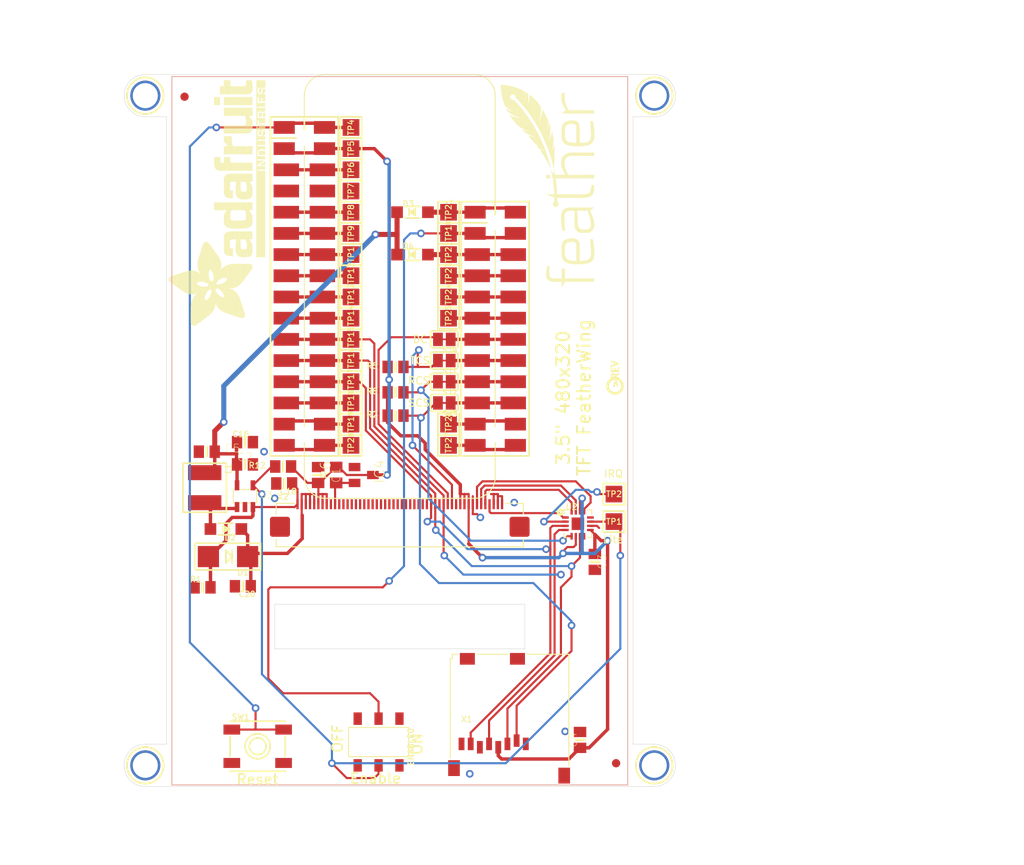
<source format=kicad_pcb>
(kicad_pcb (version 20211014) (generator pcbnew)
  (layers (0 "F.Cu" signal) (1 "In1.Cu" signal) (2 "In2.Cu" signal) (3 "In3.Cu" signal) (4 "In4.Cu" signal) (5 "In5.Cu" signal) (6 "In6.Cu" signal) (7 "In7.Cu" signal) (8 "In8.Cu" signal) (9 "In9.Cu" signal) (10 "In10.Cu" signal) (11 "In11.Cu" signal) (12 "In12.Cu" signal) (13 "In13.Cu" signal) (14 "In14.Cu" signal) (31 "B.Cu" signal) (34 "B.Paste" user) (35 "F.Paste" user) (36 "B.SilkS" user "B.Silkscreen") (37 "F.SilkS" user "F.Silkscreen") (38 "B.Mask" user) (39 "F.Mask" user) (44 "Edge.Cuts" user))
  (net 0 "")
  (net 1 "GND")
  (net 2 "SCLK")
  (net 3 "+5V")
  (net 4 "MOSI")
  (net 5 "MISO")
  (net 6 "SD_CS")
  (net 7 "CARDDET")
  (net 8 "LEDK")
  (net 9 "N$3")
  (net 10 "+24V")
  (net 11 "3.3V")
  (net 12 "~{TFT_RST}")
  (net 13 "LCD_LITE")
  (net 14 "XL")
  (net 15 "XR")
  (net 16 "YU")
  (net 17 "YD")
  (net 18 "RT_INT")
  (net 19 "RT_CS")
  (net 20 "TFT_CS")
  (net 21 "TFT_DC")
  (net 22 "~{RESET}")
  (net 23 "VBAT")
  (net 24 "EN")
  (net 25 "USB")
  (net 26 "N")
  (net 27 "M")
  (net 28 "L")
  (net 29 "H")
  (net 30 "SCL")
  (net 31 "SDA")
  (net 32 "G")
  (net 33 "TX")
  (net 34 "RX")
  (net 35 "F")
  (net 36 "E")
  (net 37 "D")
  (net 38 "C")
  (net 39 "B")
  (net 40 "A")
  (net 41 "AREF")
  (net 42 "K")
  (net 43 "J")
  (net 44 "I")
  (footprint "boardEagle:FIDUCIAL_1MM" (layer "F.Cu") (at 174.4091 144.8816)
    (fp_text reference "U$9" hide)
    (fp_text value "FIDUCIAL_1MM" hide)
  )
  (footprint "boardEagle:SOD-123" (layer "F.Cu") (at 150.0251 78.8416)
    (fp_text reference "D3")
    (fp_text value "MBR120")
  )
  (footprint "boardEagle:TESTPOINT_PAD_2MM" (layer "F.Cu") (at 154.3431 89.0016 90)
    (fp_text reference "TP24")
    (fp_text value "")
  )
  (footprint "boardEagle:TESTPOINT_PAD_2MM" (layer "F.Cu") (at 174.1551 112.6236)
    (fp_text reference "TP2")
    (fp_text value "")
  )
  (footprint "boardEagle:0805-NO" (layer "F.Cu") (at 147.9931 103.2256 180)
    (fp_text reference "R2")
    (fp_text value "100K")
  )
  (footprint "boardEagle:0805-NO" (layer "F.Cu") (at 170.0911 142.0876 90)
    (fp_text reference "C4")
    (fp_text value "10uF")
  )
  (footprint "boardEagle:TESTPOINT_PAD_2MM" (layer "F.Cu") (at 154.3431 78.8416 90)
    (fp_text reference "TP21")
    (fp_text value "")
  )
  (footprint "boardEagle:ADAFRUIT_TEXT_30MM" (layer "F.Cu") (at 132.3721 92.6846 90)
    (fp_text reference "U$19" hide)
    (fp_text value "" hide)
  )
  (footprint "boardEagle:R0805" (layer "F.Cu") (at 140.8811 110.3376 90)
    (fp_text reference "R6")
    (fp_text value "10K")
  )
  (footprint "boardEagle:0805-NO" (layer "F.Cu") (at 171.8691 120.7516 -90)
    (fp_text reference "C3")
    (fp_text value "10uF")
  )
  (footprint "boardEagle:TESTPOINT_PAD_2MM" (layer "F.Cu") (at 142.6591 68.6816 90)
    (fp_text reference "TP4")
    (fp_text value "")
  )
  (footprint "boardEagle:TESTPOINT_PAD_2MM" (layer "F.Cu") (at 142.6591 71.2216 90)
    (fp_text reference "TP5")
    (fp_text value "")
  )
  (footprint "boardEagle:TESTPOINT_PAD_2MM" (layer "F.Cu") (at 154.3431 83.9216 90)
    (fp_text reference "TP22")
    (fp_text value "")
  )
  (footprint "boardEagle:TESTPOINT_PAD_2MM" (layer "F.Cu") (at 174.1551 115.9256)
    (fp_text reference "TP1")
    (fp_text value "")
  )
  (footprint "boardEagle:0805-NO" (layer "F.Cu") (at 129.9591 106.4006)
    (fp_text reference "C16")
    (fp_text value "1uF")
  )
  (footprint "boardEagle:MOUNTINGHOLE_3.0_PLATEDTHIN" (layer "F.Cu") (at 118.0211 64.8716)
    (fp_text reference "U$16" hide)
    (fp_text value "MOUNTINGHOLE3.0THIN" hide)
  )
  (footprint "boardEagle:SOD-123" (layer "F.Cu") (at 127.6731 116.8146 180)
    (fp_text reference "D2")
    (fp_text value "MBR0540")
  )
  (footprint "boardEagle:MOUNTINGHOLE_3.0_PLATEDTHIN" (layer "F.Cu") (at 178.9811 145.1356)
    (fp_text reference "U$15" hide)
    (fp_text value "MOUNTINGHOLE3.0THIN" hide)
  )
  (footprint "boardEagle:TESTPOINT_PAD_2MM" (layer "F.Cu") (at 142.6591 89.0016 90)
    (fp_text reference "TP13")
    (fp_text value "")
  )
  (footprint "boardEagle:0805-NO" (layer "F.Cu") (at 147.9931 97.3836 180)
    (fp_text reference "R5")
    (fp_text value "100K")
  )
  (footprint "boardEagle:TESTPOINT_PAD_2MM" (layer "F.Cu") (at 142.6591 101.7016 90)
    (fp_text reference "TP18")
    (fp_text value "")
  )
  (footprint "boardEagle:TESTPOINT_PAD_2MM" (layer "F.Cu") (at 154.3431 81.3816 90)
    (fp_text reference "TP10")
    (fp_text value "")
  )
  (footprint "boardEagle:FEATHERWING_SMT2" (layer "F.Cu") (at 137.0711 62.3316 -90)
    (fp_text reference "MS2" hide)
    (fp_text value "FEATHERWING_SMTDUAL" hide)
  )
  (footprint "boardEagle:SOLDERJUMPER_CLOSEDWIRE" (layer "F.Cu") (at 153.8351 99.1616 180)
    (fp_text reference "SJ2")
    (fp_text value "")
  )
  (footprint "boardEagle:TESTPOINT_PAD_2MM" (layer "F.Cu") (at 142.6591 99.1616 90)
    (fp_text reference "TP17")
    (fp_text value "")
  )
  (footprint "boardEagle:0805-NO" (layer "F.Cu") (at 125.3871 107.5436 180)
    (fp_text reference "C5")
    (fp_text value "10uF")
  )
  (footprint "boardEagle:SOD-123" (layer "F.Cu") (at 150.0251 83.9216)
    (fp_text reference "D4")
    (fp_text value "MBR120")
  )
  (footprint "boardEagle:0805-NO" (layer "F.Cu") (at 134.6581 111.3536 180)
    (fp_text reference "C18")
    (fp_text value "0.1uF")
  )
  (footprint "boardEagle:TESTPOINT_PAD_2MM" (layer "F.Cu") (at 142.6591 81.3816 90)
    (fp_text reference "TP9")
    (fp_text value "")
  )
  (footprint "boardEagle:FEATHERLOGO" (layer "F.Cu") (at 171.8691 87.8586 90)
    (fp_text reference "U$11" hide)
    (fp_text value "" hide)
  )
  (footprint "boardEagle:0805-NO" (layer "F.Cu") (at 147.9931 100.4316 180)
    (fp_text reference "R8")
    (fp_text value "100K")
  )
  (footprint "boardEagle:EVQ-Q2_SMALLER" (layer "F.Cu") (at 131.4831 142.8496)
    (fp_text reference "SW1")
    (fp_text value "EVQQ2")
  )
  (footprint "boardEagle:TESTPOINT_PAD_2MM" (layer "F.Cu") (at 154.3431 86.4616 90)
    (fp_text reference "TP23")
    (fp_text value "")
  )
  (footprint "boardEagle:SMADIODE" (layer "F.Cu") (at 127.9271 120.1166 180)
    (fp_text reference "D1")
    (fp_text value "MM3Z24VT1G")
  )
  (footprint "boardEagle:TESTPOINT_PAD_2MM" (layer "F.Cu") (at 142.6591 104.2416 90)
    (fp_text reference "TP19")
    (fp_text value "")
  )
  (footprint "boardEagle:SOLDERJUMPER_CLOSEDWIRE" (layer "F.Cu") (at 153.8351 96.6216 180)
    (fp_text reference "SJ1")
    (fp_text value "")
  )
  (footprint "boardEagle:TESTPOINT_PAD_2MM" (layer "F.Cu") (at 142.6591 91.5416 90)
    (fp_text reference "TP14")
    (fp_text value "")
  )
  (footprint "boardEagle:TESTPOINT_PAD_2MM" (layer "F.Cu") (at 142.6591 83.9216 90)
    (fp_text reference "TP11")
    (fp_text value "")
  )
  (footprint "boardEagle:QFN16_3MM" (layer "F.Cu") (at 169.8371 116.1796)
    (fp_text reference "U2")
    (fp_text value "STMPE811")
  )
  (footprint "boardEagle:TESTPOINT_PAD_2MM" (layer "F.Cu") (at 142.6591 94.0816 90)
    (fp_text reference "TP15")
    (fp_text value "")
  )
  (footprint "boardEagle:SOT23" (layer "F.Cu") (at 144.1831 110.3376 -90)
    (fp_text reference "IC4")
    (fp_text value "APX803-SAG")
  )
  (footprint "boardEagle:TESTPOINT_PAD_2MM" (layer "F.Cu") (at 154.3431 106.7816 90)
    (fp_text reference "TP27")
    (fp_text value "")
  )
  (footprint "boardEagle:SOLDERJUMPER_CLOSEDWIRE" (layer "F.Cu") (at 153.8351 94.0816 180)
    (fp_text reference "SJ4")
    (fp_text value "")
  )
  (footprint "boardEagle:FIDUCIAL_1MM" (layer "F.Cu") (at 122.7201 64.9986)
    (fp_text reference "U$23" hide)
    (fp_text value "FIDUCIAL_1MM" hide)
  )
  (footprint "boardEagle:TESTPOINT_PAD_2MM" (layer "F.Cu") (at 154.3431 91.5416 90)
    (fp_text reference "TP25")
    (fp_text value "")
  )
  (footprint "boardEagle:0805-NO" (layer "F.Cu") (at 129.9591 109.0676)
    (fp_text reference "C2")
    (fp_text value "10uF")
  )
  (footprint "boardEagle:MOUNTINGHOLE_3.0_PLATEDTHIN" (layer "F.Cu") (at 118.0211 145.1356)
    (fp_text reference "U$7" hide)
    (fp_text value "MOUNTINGHOLE3.0THIN" hide)
  )
  (footprint "boardEagle:PCBFEAT-REV-040" (layer "F.Cu") (at 174.2821 99.6696 90)
    (fp_text reference "U$37" hide)
    (fp_text value "" hide)
  )
  (footprint "boardEagle:MOUNTINGHOLE_3.0_PLATEDTHIN" (layer "F.Cu") (at 178.9811 64.8716)
    (fp_text reference "U$17" hide)
    (fp_text value "MOUNTINGHOLE3.0THIN" hide)
  )
  (footprint "boardEagle:MICROSD" (layer "F.Cu") (at 154.5971 131.9276)
    (fp_text reference "X1")
    (fp_text value "MicroSD")
  )
  (footprint "boardEagle:0805-NO" (layer "F.Cu") (at 124.8791 123.7996)
    (fp_text reference "R1")
    (fp_text value "12Ω")
  )
  (footprint "boardEagle:INDUCTOR_5X5MM_NR5040_NOTHERMALS" (layer "F.Cu") (at 125.1331 111.8616 -90)
    (fp_text reference "L1")
    (fp_text value "15uH")
  )
  (footprint "boardEagle:TESTPOINT_PAD_2MM" (layer "F.Cu") (at 142.6591 106.7816 90)
    (fp_text reference "TP20")
    (fp_text value "")
  )
  (footprint "boardEagle:0805-NO" (layer "F.Cu") (at 134.5311 109.3216 180)
    (fp_text reference "R12")
    (fp_text value "10K")
  )
  (footprint "boardEagle:0805-NO" (layer "F.Cu") (at 138.7221 110.3376 90)
    (fp_text reference "C1")
    (fp_text value "1uF")
  )
  (footprint "boardEagle:SOLDERJUMPER_CLOSEDWIRE" (layer "F.Cu") (at 153.8351 101.7016 180)
    (fp_text reference "SJ3")
    (fp_text value "")
  )
  (footprint "boardEagle:SOT23-5@1" (layer "F.Cu") (at 129.9591 112.8776)
    (fp_text reference "U3")
    (fp_text value "FAN5333BSX")
  )
  (footprint "boardEagle:0805-NO" (layer "F.Cu") (at 129.7051 123.6726 180)
    (fp_text reference "C20")
    (fp_text value "1uF")
  )
  (footprint "boardEagle:TESTPOINT_PAD_2MM" (layer "F.Cu") (at 142.6591 86.4616 90)
    (fp_text reference "TP12")
    (fp_text value "")
  )
  (footprint "boardEagle:TESTPOINT_PAD_2MM" (layer "F.Cu") (at 142.6591 76.3016 90)
    (fp_text reference "TP7")
    (fp_text value "")
  )
  (footprint "boardEagle:TESTPOINT_PAD_2MM" (layer "F.Cu") (at 142.6591 73.7616 90)
    (fp_text reference "TP6")
    (fp_text value "")
  )
  (footprint "boardEagle:EG1390" (layer "F.Cu") (at 145.9611 142.3416 180)
    (fp_text reference "ENABLE0")
    (fp_text value "Slide Switch")
  )
  (footprint "boardEagle:TESTPOINT_PAD_2MM" (layer "F.Cu") (at 142.6591 96.6216 90)
    (fp_text reference "TP16")
    (fp_text value "")
  )
  (footprint "boardEagle:TESTPOINT_PAD_2MM" (layer "F.Cu") (at 154.3431 104.2416 90)
    (fp_text reference "TP26")
    (fp_text value "")
  )
  (footprint "boardEagle:TESTPOINT_PAD_2MM" (layer "F.Cu") (at 142.6591 78.8416 90)
    (fp_text reference "TP8")
    (fp_text value "")
  )
  (footprint "boardEagle:TFT_3.5IN_320X480_50PIN" (layer "B.Cu") (at 148.5011 110.0836 180)
    (fp_text reference "X2")
    (fp_text value "3.5\" TFT")
  )
  (gr_line (start 163.4871 125.8316) (end 133.5151 125.8316) (layer "Edge.Cuts") (width 0.05))
  (gr_line (start 178.9811 67.4116) (end 176.4411 67.4116) (layer "Edge.Cuts") (width 0.05))
  (gr_line (start 133.5151 131.1656) (end 163.4871 131.1656) (layer "Edge.Cuts") (width 0.05))
  (gr_line (start 118.0211 67.4116) (end 120.5611 67.4116) (layer "Edge.Cuts") (width 0.05))
  (gr_arc (start 178.9811 142.5956) (mid 180.777151 143.339549) (end 181.5211 145.1356) (layer "Edge.Cuts") (width 0.05))
  (gr_arc (start 181.5211 64.8716) (mid 180.777151 66.667651) (end 178.9811 67.4116) (layer "Edge.Cuts") (width 0.05))
  (gr_arc (start 178.9811 62.3316) (mid 180.777151 63.075549) (end 181.5211 64.8716) (layer "Edge.Cuts") (width 0.05))
  (gr_line (start 176.4411 142.5956) (end 176.4411 67.4116) (layer "Edge.Cuts") (width 0.05))
  (gr_line (start 118.0211 62.3316) (end 178.9811 62.3316) (layer "Edge.Cuts") (width 0.05))
  (gr_line (start 118.0211 147.6756) (end 178.9811 147.6756) (layer "Edge.Cuts") (width 0.05))
  (gr_line (start 178.9811 142.5956) (end 176.4411 142.5956) (layer "Edge.Cuts") (width 0.05))
  (gr_line (start 120.5611 67.4116) (end 120.5611 142.5956) (layer "Edge.Cuts") (width 0.05))
  (gr_line (start 133.5151 125.8316) (end 133.5151 131.1656) (layer "Edge.Cuts") (width 0.05))
  (gr_arc (start 118.0211 147.6756) (mid 116.225049 146.931651) (end 115.4811 145.1356) (layer "Edge.Cuts") (width 0.05))
  (gr_line (start 120.5611 142.5956) (end 118.0211 142.5956) (layer "Edge.Cuts") (width 0.05))
  (gr_line (start 163.4871 131.1656) (end 163.4871 125.8316) (layer "Edge.Cuts") (width 0.05))
  (gr_arc (start 181.5211 145.1356) (mid 180.777151 146.931651) (end 178.9811 147.6756) (layer "Edge.Cuts") (width 0.05))
  (gr_arc (start 118.0211 67.4116) (mid 116.225049 66.667651) (end 115.4811 64.8716) (layer "Edge.Cuts") (width 0.05))
  (gr_arc (start 115.4811 64.8716) (mid 116.225049 63.075549) (end 118.0211 62.3316) (layer "Edge.Cuts") (width 0.05))
  (gr_arc (start 115.4811 145.1356) (mid 116.225049 143.339549) (end 118.0211 142.5956) (layer "Edge.Cuts") (width 0.05))
  (gr_text "SCS" (at 152.1841 101.7016) (layer "F.SilkS") (effects (font (size 0.88392 0.88392) (thickness 0.13208)) (justify right)))
  (gr_text "3.5\" 480x320\nTFT FeatherWing" (at 169.3291 101.0666 90) (layer "F.SilkS") (effects (font (size 1.54686 1.54686) (thickness 0.23114))))
  (gr_text "IRQ" (at 172.8851 110.7186) (layer "F.SilkS") (effects (font (size 0.89408 0.89408) (thickness 0.12192)) (justify left bottom)))
  (gr_text "DC" (at 151.9301 94.0816) (layer "F.SilkS") (effects (font (size 0.88392 0.88392) (thickness 0.13208)) (justify right)))
  (gr_text "OFF" (at 141.7701 143.7386 90) (layer "F.SilkS") (effects (font (size 1.223264 1.223264) (thickness 0.199136)) (justify left bottom)))
  (gr_text "Lite" (at 172.7581 118.5926) (layer "F.SilkS") (effects (font (size 0.89408 0.89408) (thickness 0.12192)) (justify left bottom)))
  (gr_text "Reset" (at 128.8161 147.5486) (layer "F.SilkS") (effects (font (size 1.223264 1.223264) (thickness 0.199136)) (justify left bottom)))
  (gr_text "RCS" (at 152.1841 99.0346) (layer "F.SilkS") (effects (font (size 0.88392 0.88392) (thickness 0.13208)) (justify right)))
  (gr_text "Enable" (at 142.4051 147.4216) (layer "F.SilkS") (effects (font (size 1.223264 1.223264) (thickness 0.199136)) (justify left bottom)))
  (gr_text "TCS" (at 152.1841 96.6216) (layer "F.SilkS") (effects (font (size 0.88392 0.88392) (thickness 0.13208)) (justify right)))
  (gr_text "ON" (at 151.2951 143.9926 90) (layer "F.SilkS") (effects (font (size 1.223264 1.223264) (thickness 0.199136)) (justify left bottom)))
  (segment (start 160.7511 113.8436) (end 160.7511 112.8776) (width 0.254) (layer "F.Cu") (net 1))
  (segment (start 157.2511 113.8436) (end 157.2511 115.0236) (width 0.254) (layer "F.Cu") (net 1))
  (segment (start 172.1191 116.4296) (end 172.3771 116.6876) (width 0.254) (layer "F.Cu") (net 1))
  (segment (start 159.7511 112.6236) (end 159.4231 112.6236) (width 0.254) (layer "F.Cu") (net 1))
  (segment (start 157.7591 115.0236) (end 158.1531 115.4176) (width 0.254) (layer "F.Cu") (net 1))
  (segment (start 157.2511 113.8436) (end 157.2511 112.8776) (width 0.254) (layer "F.Cu") (net 1))
  (segment (start 157.2511 115.0236) (end 157.7591 115.0236) (width 0.254) (layer "F.Cu") (net 1))
  (segment (start 171.3371 116.4296) (end 172.1191 116.4296) (width 0.254) (layer "F.Cu") (net 1))
  (segment (start 160.2511 113.8436) (end 160.2511 112.8776) (width 0.254) (layer "F.Cu") (net 1))
  (segment (start 160.2511 112.8776) (end 160.2511 112.6236) (width 0.254) (layer "F.Cu") (net 1))
  (segment (start 160.7511 112.8776) (end 160.2511 112.8776) (width 0.254) (layer "F.Cu") (net 1))
  (segment (start 160.2511 112.6236) (end 159.7511 112.6236) (width 0.254) (layer "F.Cu") (net 1))
  (segment (start 159.7511 113.8436) (end 159.7511 112.6236) (width 0.254) (layer "F.Cu") (net 1))
  (via (at 162.2171 113.6396) (size 0.9064) (drill 0.5) (layers "F.Cu" "B.Cu") (net 1))
  (via (at 133.5151 113.1316) (size 0.9064) (drill 0.5) (layers "F.Cu" "B.Cu") (net 1))
  (via (at 158.1531 115.4176) (size 0.9064) (drill 0.5) (layers "F.Cu" "B.Cu") (net 1))
  (via (at 132.2451 107.5436) (size 0.9064) (drill 0.5) (layers "F.Cu" "B.Cu") (net 1))
  (via (at 156.8831 146.1516) (size 0.9064) (drill 0.5) (layers "F.Cu" "B.Cu") (net 1))
  (via (at 168.3131 141.0716) (size 0.9064) (drill 0.5) (layers "F.Cu" "B.Cu") (net 1))
  (segment (start 145.4531 104.4956) (end 153.7511 112.7936) (width 0.254) (layer "F.Cu") (net 2))
  (segment (start 167.0431 117.4496) (end 167.5631 116.9296) (width 0.254) (layer "F.Cu") (net 2))
  (segment (start 159.1971 139.7736) (end 167.0431 131.9276) (width 0.254) (layer "F.Cu") (net 2))
  (segment (start 142.6591 94.0816) (end 144.9451 94.0816) (width 0.254) (layer "F.Cu") (net 2))
  (segment (start 139.2301 94.0816) (end 134.9121 94.0816) (width 0.4064) (layer "F.Cu") (net 2))
  (segment (start 153.7511 119.9056) (end 153.8351 119.9896) (width 0.254) (layer "F.Cu") (net 2))
  (segment (start 145.4531 94.5896) (end 145.4531 104.4956) (width 0.254) (layer "F.Cu") (net 2))
  (segment (start 159.1971 139.7736) (end 159.1971 142.5676) (width 0.254) (layer "F.Cu") (net 2))
  (segment (start 153.7511 113.8436) (end 153.7511 119.9056) (width 0.254) (layer "F.Cu") (net 2))
  (segment (start 144.9451 94.0816) (end 145.4531 94.5896) (width 0.254) (layer "F.Cu") (net 2))
  (segment (start 167.0431 122.2756) (end 167.0431 117.4496) (width 0.254) (layer "F.Cu") (net 2))
  (segment (start 167.8051 122.2756) (end 167.0431 122.2756) (width 0.254) (layer "F.Cu") (net 2))
  (segment (start 167.0431 131.9276) (end 167.0431 122.2756) (width 0.254) (layer "F.Cu") (net 2))
  (segment (start 142.6591 94.0816) (end 139.2301 94.0816) (width 0.4064) (layer "F.Cu") (net 2))
  (segment (start 153.7511 112.7936) (end 153.7511 113.8436) (width 0.254) (layer "F.Cu") (net 2))
  (segment (start 167.5631 116.9296) (end 168.3371 116.9296) (width 0.254) (layer "F.Cu") (net 2))
  (via (at 153.8351 119.9896) (size 0.9064) (drill 0.5) (layers "F.Cu" "B.Cu") (net 2))
  (via (at 167.8051 122.2756) (size 0.9064) (drill 0.5) (layers "F.Cu" "B.Cu") (net 2))
  (segment (start 156.1211 122.2756) (end 167.8051 122.2756) (width 0.254) (layer "B.Cu") (net 2))
  (segment (start 153.8351 119.9896) (end 156.1211 122.2756) (width 0.254) (layer "B.Cu") (net 2))
  (segment (start 128.9431 109.0676) (end 129.0091 109.0676) (width 0.4064) (layer "F.Cu") (net 3))
  (segment (start 126.3371 105.0696) (end 126.3371 107.5436) (width 0.6096) (layer "F.Cu") (net 3))
  (segment (start 127.4191 103.9876) (end 126.3371 105.0696) (width 0.6096) (layer "F.Cu") (net 3))
  (segment (start 148.1751 81.5086) (end 148.1751 78.8416) (width 0.6096) (layer "F.Cu") (net 3))
  (segment (start 128.9431 106.4666) (end 129.0091 106.4006) (width 0.4064) (layer "F.Cu") (net 3))
  (segment (start 129.0091 109.0676) (end 129.0091 111.5775) (width 0.4064) (layer "F.Cu") (net 3))
  (segment (start 126.3371 110.0616) (end 125.1331 110.0616) (width 0.4064) (layer "F.Cu") (net 3))
  (segment (start 128.9431 107.7976) (end 128.9431 106.4666) (width 0.4064) (layer "F.Cu") (net 3))
  (segment (start 148.1751 81.5086) (end 145.5801 81.5086) (width 0.6096) (layer "F.Cu") (net 3))
  (segment (start 126.3371 107.5436) (end 126.3371 110.0616) (width 0.4064) (layer "F.Cu") (net 3))
  (segment (start 126.3371 107.5436) (end 126.3371 107.7976) (width 0.4064) (layer "F.Cu") (net 3))
  (segment (start 128.9431 107.7976) (end 128.9431 109.0676) (width 0.4064) (layer "F.Cu") (net 3))
  (segment (start 126.3371 107.7976) (end 128.9431 107.7976) (width 0.4064) (layer "F.Cu") (net 3))
  (segment (start 148.1751 83.9216) (end 148.1751 81.5086) (width 0.6096) (layer "F.Cu") (net 3))
  (via (at 145.5801 81.5086) (size 0.9064) (drill 0.5) (layers "F.Cu" "B.Cu") (net 3))
  (via (at 127.4191 103.9876) (size 0.9064) (drill 0.5) (layers "F.Cu" "B.Cu") (net 3))
  (segment (start 127.4191 99.6696) (end 127.4191 103.9876) (width 0.6096) (layer "B.Cu") (net 3))
  (segment (start 145.5801 81.5086) (end 127.4191 99.6696) (width 0.6096) (layer "B.Cu") (net 3))
  (segment (start 167.8051 131.9276) (end 167.8051 123.7996) (width 0.254) (layer "F.Cu") (net 4))
  (segment (start 169.0751 121.2596) (end 170.0871 120.2476) (width 0.254) (layer "F.Cu") (net 4))
  (segment (start 152.7511 112.5556) (end 152.7511 113.8436) (width 0.254) (layer "F.Cu") (net 4))
  (segment (start 161.3971 142.5676) (end 161.3971 138.3356) (width 0.254) (layer "F.Cu") (net 4))
  (segment (start 142.6591 96.6216) (end 144.6911 96.6216) (width 0.254) (layer "F.Cu") (net 4))
  (segment (start 139.2301 96.6216) (end 134.9121 96.6216) (width 0.4064) (layer "F.Cu") (net 4))
  (segment (start 144.9451 104.7496) (end 152.7511 112.5556) (width 0.254) (layer "F.Cu") (net 4))
  (segment (start 142.6591 96.6216) (end 139.2301 96.6216) (width 0.4064) (layer "F.Cu") (net 4))
  (segment (start 152.7511 116.8736) (end 152.7511 113.8436) (width 0.254) (layer "F.Cu") (net 4))
  (segment (start 144.6911 96.6216) (end 144.9451 96.8756) (width 0.254) (layer "F.Cu") (net 4))
  (segment (start 161.3971 138.3356) (end 167.8051 131.9276) (width 0.254) (layer "F.Cu") (net 4))
  (segment (start 152.8191 116.9416) (end 152.7511 116.8736) (width 0.254) (layer "F.Cu") (net 4))
  (segment (start 144.9451 96.8756) (end 144.9451 104.7496) (width 0.254) (layer "F.Cu") (net 4))
  (segment (start 169.0751 122.5296) (end 169.0751 121.2596) (width 0.254) (layer "F.Cu") (net 4))
  (segment (start 170.0871 120.2476) (end 170.0871 117.6796) (width 0.254) (layer "F.Cu") (net 4))
  (segment (start 167.8051 123.7996) (end 169.0751 122.5296) (width 0.254) (layer "F.Cu") (net 4))
  (via (at 152.8191 116.9416) (size 0.9064) (drill 0.5) (layers "F.Cu" "B.Cu") (net 4))
  (via (at 169.0751 121.2596) (size 0.9064) (drill 0.5) (layers "F.Cu" "B.Cu") (net 4))
  (segment (start 169.0751 121.2596) (end 157.1371 121.2596) (width 0.254) (layer "B.Cu") (net 4))
  (segment (start 157.1371 121.2596) (end 152.8191 116.9416) (width 0.254) (layer "B.Cu") (net 4))
  (segment (start 142.6591 99.1616) (end 139.2301 99.1616) (width 0.4064) (layer "F.Cu") (net 5))
  (segment (start 144.4371 99.9236) (end 144.4371 105.0036) (width 0.254) (layer "F.Cu") (net 5))
  (segment (start 156.9971 142.5676) (end 156.9971 141.2116) (width 0.254) (layer "F.Cu") (net 5))
  (segment (start 156.9971 141.2116) (end 166.5351 131.6736) (width 0.254) (layer "F.Cu") (net 5))
  (segment (start 152.2511 112.8176) (end 152.2511 113.8436) (width 0.254) (layer "F.Cu") (net 5))
  (segment (start 166.0271 119.2276) (end 166.5351 119.2276) (width 0.254) (layer "F.Cu") (net 5))
  (segment (start 166.5351 116.6876) (end 166.7891 116.4336) (width 0.254) (layer "F.Cu") (net 5))
  (segment (start 142.6591 99.1616) (end 143.6751 99.1616) (width 0.254) (layer "F.Cu") (net 5))
  (segment (start 166.7891 116.4336) (end 168.3331 116.4336) (width 0.254) (layer "F.Cu") (net 5))
  (segment (start 144.4371 105.0036) (end 152.2511 112.8176) (width 0.254) (layer "F.Cu") (net 5))
  (segment (start 143.6751 99.1616) (end 144.4371 99.9236) (width 0.254) (layer "F.Cu") (net 5))
  (segment (start 139.2301 99.1616) (end 134.9121 99.1616) (width 0.4064) (layer "F.Cu") (net 5))
  (segment (start 152.2511 115.4776) (end 151.8031 115.9256) (width 0.254) (layer "F.Cu") (net 5))
  (segment (start 166.5351 131.6736) (end 166.5351 119.2276) (width 0.254) (layer "F.Cu") (net 5))
  (segment (start 166.5351 119.2276) (end 166.5351 116.6876) (width 0.254) (layer "F.Cu") (net 5))
  (segment (start 152.2511 113.8436) (end 152.2511 115.4776) (width 0.254) (layer "F.Cu") (net 5))
  (segment (start 168.3331 116.4336) (end 168.3371 116.4296) (width 0.254) (layer "F.Cu") (net 5))
  (via (at 166.0271 119.2276) (size 0.9064) (drill 0.5) (layers "F.Cu" "B.Cu") (net 5))
  (via (at 151.8031 115.9256) (size 0.9064) (drill 0.5) (layers "F.Cu" "B.Cu") (net 5))
  (segment (start 153.3271 115.9256) (end 156.6291 119.2276) (width 0.254) (layer "B.Cu") (net 5))
  (segment (start 151.8031 115.9256) (end 153.3271 115.9256) (width 0.254) (layer "B.Cu") (net 5))
  (segment (start 156.6291 119.2276) (end 166.0271 119.2276) (width 0.254) (layer "B.Cu") (net 5))
  (segment (start 162.4971 142.1676) (end 162.4971 137.9976) (width 0.254) (layer "F.Cu") (net 6))
  (segment (start 169.0751 131.4196) (end 169.0751 128.3716) (width 0.254) (layer "F.Cu") (net 6))
  (segment (start 162.4971 137.9976) (end 169.0751 131.4196) (width 0.254) (layer "F.Cu") (net 6))
  (segment (start 153.0731 101.7016) (end 152.8191 101.7016) (width 0.254) (layer "F.Cu") (net 6))
  (segment (start 150.7871 103.2256) (end 151.0411 103.4796) (width 0.254) (layer "F.Cu") (net 6))
  (segment (start 148.9431 103.2256) (end 150.7871 103.2256) (width 0.254) (layer "F.Cu") (net 6))
  (segment (start 152.8191 101.7016) (end 151.0411 103.4796) (width 0.254) (layer "F.Cu") (net 6))
  (via (at 169.0751 128.3716) (size 0.9064) (drill 0.5) (layers "F.Cu" "B.Cu") (net 6))
  (via (at 151.0411 103.4796) (size 0.9064) (drill 0.5) (layers "F.Cu" "B.Cu") (net 6))
  (segment (start 164.5031 123.2916) (end 153.2001 123.2916) (width 0.254) (layer "B.Cu") (net 6))
  (segment (start 150.9141 103.6066) (end 151.0411 103.4796) (width 0.254) (layer "B.Cu") (net 6))
  (segment (start 150.9141 121.0056) (end 150.9141 103.6066) (width 0.254) (layer "B.Cu") (net 6))
  (segment (start 169.0751 128.3716) (end 169.0751 127.8636) (width 0.254) (layer "B.Cu") (net 6))
  (segment (start 169.0751 127.8636) (end 164.5031 123.2916) (width 0.254) (layer "B.Cu") (net 6))
  (segment (start 153.2001 123.2916) (end 150.9141 121.0056) (width 0.254) (layer "B.Cu") (net 6))
  (segment (start 127.6731 116.1796) (end 128.4351 115.4176) (width 0.4064) (layer "F.Cu") (net 8))
  (segment (start 130.7211 115.4176) (end 130.9091 115.2296) (width 0.4064) (layer "F.Cu") (net 8))
  (segment (start 127.6731 118.2116) (end 127.6731 116.1796) (width 0.4064) (layer "F.Cu") (net 8))
  (segment (start 128.4351 115.4176) (end 130.7211 115.4176) (width 0.4064) (layer "F.Cu") (net 8))
  (segment (start 125.7681 120.1166) (end 125.8291 120.1776) (width 0.4064) (layer "F.Cu") (net 8))
  (segment (start 125.8291 120.1776) (end 125.8291 123.7996) (width 0.4064) (layer "F.Cu") (net 8))
  (segment (start 125.7681 120.1166) (end 127.6731 118.2116) (width 0.4064) (layer "F.Cu") (net 8))
  (segment (start 136.2511 111.9966) (end 136.2511 113.8436) (width 0.254) (layer "F.Cu") (net 8))
  (segment (start 135.6081 111.3536) (end 136.2511 111.9966) (width 0.254) (layer "F.Cu") (net 8))
  (segment (start 125.5776 120.1166) (end 125.7681 120.1166) (width 0.4064) (layer "F.Cu") (net 8))
  (segment (start 130.9091 114.1777) (end 135.917 114.1777) (width 0.254) (layer "F.Cu") (net 8))
  (segment (start 135.917 114.1777) (end 136.2511 113.8436) (width 0.254) (layer "F.Cu") (net 8))
  (segment (start 130.9091 115.2296) (end 130.9091 114.1777) (width 0.4064) (layer "F.Cu") (net 8))
  (segment (start 125.8231 114.3516) (end 125.8231 116.8146) (width 0.4064) (layer "F.Cu") (net 9))
  (segment (start 129.0091 114.1777) (end 128.8352 114.3516) (width 0.4064) (layer "F.Cu") (net 9))
  (segment (start 128.8352 114.3516) (end 125.8231 114.3516) (width 0.4064) (layer "F.Cu") (net 9))
  (segment (start 125.1331 113.6616) (end 125.8231 114.3516) (width 0.4064) (layer "F.Cu") (net 9))
  (segment (start 136.7511 112.6236) (end 137.2511 112.6236) (width 0.254) (layer "F.Cu") (net 10))
  (segment (start 135.0391 119.7356) (end 130.6576 119.7356) (width 0.4064) (layer "F.Cu") (net 10))
  (segment (start 136.8171 117.9576) (end 135.0391 119.7356) (width 0.4064) (layer "F.Cu") (net 10))
  (segment (start 130.2766 117.5681) (end 130.2766 120.1166) (width 0.4064) (layer "F.Cu") (net 10))
  (segment (start 138.2511 113.8436) (end 138.2511 112.6236) (width 0.254) (layer "F.Cu") (net 10))
  (segment (start 137.2511 112.6236) (end 137.7511 112.6236) (width 0.254) (layer "F.Cu") (net 10))
  (segment (start 130.6576 119.7356) (end 130.2766 120.1166) (width 0.4064) (layer "F.Cu") (net 10))
  (segment (start 136.7511 113.8436) (end 136.7511 115.0976) (width 0.254) (layer "F.Cu") (net 10))
  (segment (start 129.5231 116.8146) (end 130.2766 117.5681) (width 0.4064) (layer "F.Cu") (net 10))
  (segment (start 136.8171 115.1636) (end 136.8171 117.9576) (width 0.4064) (layer "F.Cu") (net 10))
  (segment (start 136.7511 113.8436) (end 136.7511 112.6236) (width 0.254) (layer "F.Cu") (net 10))
  (segment (start 137.7511 112.6236) (end 138.2511 112.6236) (width 0.254) (layer "F.Cu") (net 10))
  (segment (start 137.7511 113.8436) (end 137.7511 112.6236) (width 0.254) (layer "F.Cu") (net 10))
  (segment (start 136.7511 115.0976) (end 136.8171 115.1636) (width 0.254) (layer "F.Cu") (net 10))
  (segment (start 137.2511 113.8436) (end 137.2511 112.6236) (width 0.254) (layer "F.Cu") (net 10))
  (segment (start 130.2766 120.1166) (end 130.6551 120.4951) (width 0.4064) (layer "F.Cu") (net 10))
  (segment (start 130.6551 120.4951) (end 130.6551 123.6726) (width 0.4064) (layer "F.Cu") (net 10))
  (segment (start 137.4471 111.2876) (end 138.7221 111.2876) (width 0.254) (layer "F.Cu") (net 11))
  (segment (start 138.7511 111.2876) (end 138.7221 111.2876) (width 0.254) (layer "F.Cu") (net 11))
  (segment (start 156.7511 118.5876) (end 158.4071 120.2436) (width 0.4064) (layer "F.Cu") (net 11))
  (segment (start 173.3931 140.8176) (end 173.3931 118.2116) (width 0.4064) (layer "F.Cu") (net 11))
  (segment (start 142.1511 110.3376) (end 145.2831 110.3376) (width 0.254) (layer "F.Cu") (net 11))
  (segment (start 138.9151 111.2876) (end 140.3731 109.8296) (width 0.254) (layer "F.Cu") (net 11))
  (segment (start 156.7511 113.8436) (end 156.7511 118.5876) (width 0.254) (layer "F.Cu") (net 11))
  (segment (start 147.0431 103.2256) (end 147.0431 100.4316) (width 0.4064) (layer "F.Cu") (net 11))
  (segment (start 140.3731 109.8296) (end 140.4391 109.8296) (width 0.254) (layer "F.Cu") (net 11))
  (segment (start 171.1731 143.0376) (end 173.3931 140.8176) (width 0.4064) (layer "F.Cu") (net 11))
  (segment (start 151.5491 106.5276) (end 150.6601 105.6386) (width 0.4064) (layer "F.Cu") (net 11))
  (segment (start 147.2311 100.2436) (end 147.2311 98.9076) (width 0.4064) (layer "F.Cu") (net 11))
  (segment (start 148.6281 105.6386) (end 147.0431 104.0536) (width 0.4064) (layer "F.Cu") (net 11))
  (segment (start 171.8691 117.4616) (end 172.6191 118.2116) (width 0.4064) (layer "F.Cu") (net 11))
  (segment (start 170.0911 143.0376) (end 171.1731 143.0376) (width 0.4064) (layer "F.Cu") (net 11))
  (segment (start 138.7511 112.6236) (end 138.7511 111.2876) (width 0.254) (layer "F.Cu") (net 11))
  (segment (start 160.6931 144.3736) (end 168.7551 144.3736) (width 0.4064) (layer "F.Cu") (net 11))
  (segment (start 145.2831 110.3376) (end 146.9771 110.3376) (width 0.4064) (layer "F.Cu") (net 11))
  (segment (start 168.7551 144.3736) (end 170.0911 143.0376) (width 0.4064) (layer "F.Cu") (net 11))
  (segment (start 141.2011 109.3876) (end 142.1511 110.3376) (width 0.254) (layer "F.Cu") (net 11))
  (segment (start 135.1661 71.7296) (end 138.8491 71.7296) (width 0.4064) (layer "F.Cu") (net 11))
  (segment (start 155.7511 112.6236) (end 156.2511 112.6236) (width 0.254) (layer "F.Cu") (net 11))
  (segment (start 147.0431 100.4316) (end 147.2311 100.2436) (width 0.4064) (layer "F.Cu") (net 11))
  (segment (start 139.2511 112.6236) (end 139.7511 112.6236) (width 0.254) (layer "F.Cu") (net 11))
  (segment (start 155.7511 112.6236) (end 155.7511 111.4916) (width 0.4064) (layer "F.Cu") (net 11))
  (segment (start 160.2971 143.9776) (end 160.6931 144.3736) (width 0.4064) (layer "F.Cu") (net 11))
  (segment (start 156.2511 113.8436) (end 156.2511 112.6236) (width 0.254) (layer "F.Cu") (net 11))
  (segment (start 139.7511 113.8436) (end 139.7511 112.6236) (width 0.254) (layer "F.Cu") (net 11))
  (segment (start 169.3291 118.9736) (end 168.5671 118.9736) (width 0.254) (layer "F.Cu") (net 11))
  (segment (start 145.4531 71.2216) (end 146.9771 72.7456) (width 0.4064) (layer "F.Cu") (net 11))
  (segment (start 139.2511 113.8436) (end 139.2511 112.6236) (width 0.254) (layer "F.Cu") (net 11))
  (segment (start 138.7511 112.6236) (end 139.2511 112.6236) (width 0.254) (layer "F.Cu") (net 11))
  (segment (start 151.5491 107.2896) (end 151.5491 106.5276) (width 0.4064) (layer "F.Cu") (net 11))
  (segment (start 155.7511 111.4916) (end 151.5491 107.2896) (width 0.4064) (layer "F.Cu") (net 11))
  (segment (start 160.2971 142.9676) (end 160.2971 143.9776) (width 0.4064) (layer "F.Cu") (net 11))
  (segment (start 138.7511 113.8436) (end 138.7511 112.6236) (width 0.254) (layer "F.Cu") (net 11))
  (segment (start 147.2311 97.5716) (end 147.0431 97.3836) (width 0.4064) (layer "F.Cu") (net 11))
  (segment (start 170.0871 114.6796) (end 170.0871 113.3896) (width 0.254) (layer "F.Cu") (net 11))
  (segment (start 156.2511 112.6236) (end 156.7511 112.6236) (width 0.254) (layer "F.Cu") (net 11))
  (segment (start 169.5871 118.7156) (end 169.3291 118.9736) (width 0.254) (layer "F.Cu") (net 11))
  (segment (start 170.0871 113.3896) (end 170.3451 113.1316) (width 0.254) (layer "F.Cu") (net 11))
  (segment (start 134.6581 71.2216) (end 135.1661 71.7296) (width 0.4064) (layer "F.Cu") (net 11))
  (segment (start 156.7511 113.8436) (end 156.7511 112.6236) (width 0.254) (layer "F.Cu") (net 11))
  (segment (start 168.0591 119.4816) (end 168.0591 119.7356) (width 0.254) (layer "F.Cu") (net 11))
  (segment (start 150.6601 105.6386) (end 148.6281 105.6386) (width 0.4064) (layer "F.Cu") (net 11))
  (segment (start 142.6591 71.2216) (end 139.4841 71.2216) (width 0.4064) (layer "F.Cu") (net 11))
  (segment (start 169.5871 117.6796) (end 169.5871 118.7156) (width 0.254) (layer "F.Cu") (net 11))
  (segment (start 171.8691 117.4616) (end 171.8691 119.8016) (width 0.4064) (layer "F.Cu") (net 11))
  (segment (start 139.3571 71.2216) (end 139.4841 71.2216) (width 0.4064) (layer "F.Cu") (net 11))
  (segment (start 147.2311 98.9076) (end 147.2311 97.5716) (width 0.4064) (layer "F.Cu") (net 11))
  (segment (start 138.8491 71.7296) (end 139.3571 71.2216) (width 0.4064) (layer "F.Cu") (net 11))
  (segment (start 140.8811 109.3876) (end 141.2011 109.3876) (width 0.254) (layer "F.Cu") (net 11))
  (segment (start 155.7511 113.8436) (end 155.7511 112.6236) (width 0.254) (layer "F.Cu") (net 11))
  (segment (start 140.4391 109.8296) (end 140.8811 109.3876) (width 0.254) (layer "F.Cu") (net 11))
  (segment (start 138.7221 111.2876) (end 138.9151 111.2876) (width 0.254) (layer "F.Cu") (net 11))
  (segment (start 142.6591 71.2216) (end 145.4531 71.2216) (width 0.4064) (layer "F.Cu") (net 11))
  (segment (start 147.0431 104.0536) (end 147.0431 103.2256) (width 0.4064) (layer "F.Cu") (net 11))
  (segment (start 168.5671 118.9736) (end 168.0591 119.4816) (width 0.254) (layer "F.Cu") (net 11))
  (segment (start 171.3371 116.9296) (end 171.8691 117.4616) (width 0.254) (layer "F.Cu") (net 11))
  (segment (start 135.4811 109.3216) (end 137.4471 111.2876) (width 0.254) (layer "F.Cu") (net 11))
  (segment (start 172.6191 118.2116) (end 173.3931 118.2116) (width 0.4064) (layer "F.Cu") (net 11))
  (via (at 170.3451 113.1316) (size 0.9064) (drill 0.5) (layers "F.Cu" "B.Cu") (net 11))
  (via (at 158.4071 120.2436) (size 0.9064) (drill 0.5) (layers "F.Cu" "B.Cu") (net 11))
  (via (at 147.2311 98.9076) (size 0.9064) (drill 0.5) (layers "F.Cu" "B.Cu") (net 11))
  (via (at 146.9771 110.3376) (size 0.9064) (drill 0.5) (layers "F.Cu" "B.Cu") (net 11))
  (via (at 146.9771 72.7456) (size 0.9064) (drill 0.5) (layers "F.Cu" "B.Cu") (net 11))
  (via (at 173.3931 118.2116) (size 0.9064) (drill 0.5) (layers "F.Cu" "B.Cu") (net 11))
  (via (at 168.0591 119.7356) (size 0.9064) (drill 0.5) (layers "F.Cu" "B.Cu") (net 11))
  (segment (start 171.8691 119.7356) (end 173.3931 118.2116) (width 0.4064) (layer "B.Cu") (net 11))
  (segment (start 146.9771 72.7456) (end 147.2311 72.9996) (width 0.4064) (layer "B.Cu") (net 11))
  (segment (start 147.2311 110.0836) (end 147.2311 99.6696) (width 0.4064) (layer "B.Cu") (net 11))
  (segment (start 147.2311 99.6696) (end 147.2311 98.9076) (width 0.254) (layer "B.Cu") (net 11))
  (segment (start 167.5511 120.2436) (end 168.0591 119.7356) (width 0.4064) (layer "B.Cu") (net 11))
  (segment (start 158.4071 120.2436) (end 167.5511 120.2436) (width 0.4064) (layer "B.Cu") (net 11))
  (segment (start 168.0591 119.7356) (end 170.0911 119.7356) (width 0.4064) (layer "B.Cu") (net 11))
  (segment (start 170.0911 119.7356) (end 171.8691 119.7356) (width 0.4064) (layer "B.Cu") (net 11))
  (segment (start 170.3451 119.4816) (end 170.0911 119.7356) (width 0.4064) (layer "B.Cu") (net 11))
  (segment (start 146.9771 110.3376) (end 147.2311 110.0836) (width 0.254) (layer "B.Cu") (net 11))
  (segment (start 170.3451 113.1316) (end 170.3451 119.4816) (width 0.4064) (layer "B.Cu") (net 11))
  (segment (start 147.2311 72.9996) (end 147.2311 99.6696) (width 0.4064) (layer "B.Cu") (net 11))
  (segment (start 140.7511 111.4176) (end 140.8811 111.2876) (width 0.254) (layer "F.Cu") (net 12))
  (segment (start 140.7511 113.8436) (end 140.7511 111.4176) (width 0.254) (layer "F.Cu") (net 12))
  (segment (start 140.8811 111.2876) (end 143.0831 111.2876) (width 0.254) (layer "F.Cu") (net 12))
  (segment (start 171.3411 115.9256) (end 174.1551 115.9256) (width 0.254) (layer "F.Cu") (net 13))
  (segment (start 171.3371 115.9296) (end 171.3411 115.9256) (width 0.254) (layer "F.Cu") (net 13))
  (segment (start 174.1551 115.9256) (end 174.9171 116.6876) (width 0.254) (layer "F.Cu") (net 13))
  (segment (start 131.9552 112.6236) (end 131.9911 112.6236) (width 0.254) (layer "F.Cu") (net 13))
  (segment (start 130.9091 111.5775) (end 133.165 109.3216) (width 0.254) (layer "F.Cu") (net 13))
  (segment (start 133.165 109.3216) (end 133.5811 109.3216) (width 0.254) (layer "F.Cu") (net 13))
  (segment (start 142.1511 146.6596) (end 145.4531 146.6596) (width 0.254) (layer "F.Cu") (net 13))
  (segment (start 140.3731 144.8816) (end 142.1511 146.6596) (width 0.254) (layer "F.Cu") (net 13))
  (segment (start 174.9171 116.6876) (end 174.9171 119.9896) (width 0.254) (layer "F.Cu") (net 13))
  (segment (start 145.4531 146.6596) (end 145.9611 146.1516) (width 0.254) (layer "F.Cu") (net 13))
  (segment (start 130.9091 111.5775) (end 131.9552 112.6236) (width 0.254) (layer "F.Cu") (net 13))
  (segment (start 145.9611 146.1516) (end 145.9611 145.1416) (width 0.254) (layer "F.Cu") (net 13))
  (via (at 174.9171 119.9896) (size 0.9064) (drill 0.5) (layers "F.Cu" "B.Cu") (net 13))
  (via (at 140.3731 144.8816) (size 0.9064) (drill 0.5) (layers "F.Cu" "B.Cu") (net 13))
  (via (at 131.9911 112.6236) (size 0.9064) (drill 0.5) (layers "F.Cu" "B.Cu") (net 13))
  (segment (start 140.3731 142.5956) (end 140.3731 144.8816) (width 0.254) (layer "B.Cu") (net 13))
  (segment (start 174.9171 131.1656) (end 161.2011 144.8816) (width 0.254) (layer "B.Cu") (net 13))
  (segment (start 131.9911 134.2136) (end 140.3731 142.5956) (width 0.254) (layer "B.Cu") (net 13))
  (segment (start 161.2011 144.8816) (end 140.3731 144.8816) (width 0.254) (layer "B.Cu") (net 13))
  (segment (start 174.9171 119.9896) (end 174.9171 131.1656) (width 0.254) (layer "B.Cu") (net 13))
  (segment (start 131.9911 112.6236) (end 131.9911 134.2136) (width 0.254) (layer "B.Cu") (net 13))
  (segment (start 158.9151 112.1156) (end 167.5511 112.1156) (width 0.254) (layer "F.Cu") (net 14))
  (segment (start 169.0751 114.6676) (end 169.0871 114.6796) (width 0.254) (layer "F.Cu") (net 14))
  (segment (start 167.5511 112.1156) (end 169.0751 113.6396) (width 0.254) (layer "F.Cu") (net 14))
  (segment (start 158.7511 112.2796) (end 158.9151 112.1156) (width 0.254) (layer "F.Cu") (net 14))
  (segment (start 158.7511 113.8436) (end 158.7511 112.2796) (width 0.254) (layer "F.Cu") (net 14))
  (segment (start 169.0751 113.6396) (end 169.0751 114.6676) (width 0.254) (layer "F.Cu") (net 14))
  (segment (start 158.4071 111.0996) (end 169.5831 111.0996) (width 0.254) (layer "F.Cu") (net 15))
  (segment (start 157.7511 111.7556) (end 158.4071 111.0996) (width 0.254) (layer "F.Cu") (net 15))
  (segment (start 157.7511 113.8436) (end 157.7511 111.7556) (width 0.254) (layer "F.Cu") (net 15))
  (segment (start 170.5991 114.6676) (end 170.5991 114.4016) (width 0.254) (layer "F.Cu") (net 15))
  (segment (start 170.5991 114.6676) (end 170.5871 114.6796) (width 0.254) (layer "F.Cu") (net 15))
  (segment (start 171.3611 113.6396) (end 171.3611 112.8776) (width 0.254) (layer "F.Cu") (net 15))
  (segment (start 170.5991 114.4016) (end 171.3611 113.6396) (width 0.254) (layer "F.Cu") (net 15))
  (segment (start 171.3611 112.8776) (end 169.5831 111.0996) (width 0.254) (layer "F.Cu") (net 15))
  (segment (start 159.2511 114.7376) (end 159.4231 114.9096) (width 0.254) (layer "F.Cu") (net 16))
  (segment (start 167.5511 114.9096) (end 168.0711 115.4296) (width 0.254) (layer "F.Cu") (net 16))
  (segment (start 168.3371 115.4296) (end 168.0711 115.4296) (width 0.254) (layer "F.Cu") (net 16))
  (segment (start 159.4231 114.9096) (end 167.5511 114.9096) (width 0.254) (layer "F.Cu") (net 16))
  (segment (start 159.2511 113.8436) (end 159.2511 114.7376) (width 0.254) (layer "F.Cu") (net 16))
  (segment (start 169.5831 114.6756) (end 169.5871 114.6796) (width 0.254) (layer "F.Cu") (net 17))
  (segment (start 169.5831 113.3856) (end 169.5831 114.6756) (width 0.254) (layer "F.Cu") (net 17))
  (segment (start 158.6611 111.6076) (end 167.8051 111.6076) (width 0.254) (layer "F.Cu") (net 17))
  (segment (start 158.2511 112.0176) (end 158.6611 111.6076) (width 0.254) (layer "F.Cu") (net 17))
  (segment (start 158.2511 113.8436) (end 158.2511 112.0176) (width 0.254) (layer "F.Cu") (net 17))
  (segment (start 167.8051 111.6076) (end 169.5831 113.3856) (width 0.254) (layer "F.Cu") (net 17))
  (segment (start 172.3771 112.6236) (end 174.1551 112.6236) (width 0.254) (layer "F.Cu") (net 18))
  (segment (start 168.3371 115.9296) (end 168.3371 115.9256) (width 0.254) (layer "F.Cu") (net 18))
  (segment (start 172.1231 112.3696) (end 172.3771 112.6236) (width 0.254) (layer "F.Cu") (net 18))
  (segment (start 168.3371 115.9256) (end 165.7731 115.9256) (width 0.254) (layer "F.Cu") (net 18))
  (via (at 165.7731 115.9256) (size 0.9064) (drill 0.5) (layers "F.Cu" "B.Cu") (net 18))
  (via (at 172.1231 112.3696) (size 0.9064) (drill 0.5) (layers "F.Cu" "B.Cu") (net 18))
  (segment (start 171.1071 112.1156) (end 171.3611 112.3696) (width 0.254) (layer "B.Cu") (net 18))
  (segment (start 169.3291 112.3696) (end 169.5831 112.1156) (width 0.254) (layer "B.Cu") (net 18))
  (segment (start 171.3611 112.3696) (end 171.8691 112.3696) (width 0.254) (layer "B.Cu") (net 18))
  (segment (start 171.8691 112.3696) (end 172.1231 112.3696) (width 0.254) (layer "B.Cu") (net 18))
  (segment (start 169.5831 112.1156) (end 171.1071 112.1156) (width 0.254) (layer "B.Cu") (net 18))
  (segment (start 165.7731 115.9256) (end 169.3291 112.3696) (width 0.254) (layer "B.Cu") (net 18))
  (segment (start 153.0731 99.1616) (end 152.0571 99.1616) (width 0.254) (layer "F.Cu") (net 19))
  (segment (start 148.9431 100.4316) (end 150.7871 100.4316) (width 0.254) (layer "F.Cu") (net 19))
  (segment (start 150.7871 100.4316) (end 151.0411 100.1776) (width 0.254) (layer "F.Cu") (net 19))
  (segment (start 169.0871 117.6796) (end 168.5911 117.6796) (width 0.254) (layer "F.Cu") (net 19))
  (segment (start 151.0411 100.1776) (end 152.0571 99.1616) (width 0.254) (layer "F.Cu") (net 19))
  (segment (start 168.5911 117.6796) (end 168.0591 118.2116) (width 0.254) (layer "F.Cu") (net 19))
  (via (at 168.0591 118.2116) (size 0.9064) (drill 0.5) (layers "F.Cu" "B.Cu") (net 19))
  (via (at 151.0411 100.1776) (size 0.9064) (drill 0.5) (layers "F.Cu" "B.Cu") (net 19))
  (segment (start 151.9301 113.1316) (end 151.9301 101.0666) (width 0.254) (layer "B.Cu") (net 19))
  (segment (start 151.9301 101.0666) (end 151.0411 100.1776) (width 0.254) (layer "B.Cu") (net 19))
  (segment (start 157.0101 118.2116) (end 151.9301 113.1316) (width 0.254) (layer "B.Cu") (net 19))
  (segment (start 168.0591 118.2116) (end 157.0101 118.2116) (width 0.254) (layer "B.Cu") (net 19))
  (segment (start 154.7511 111.5076) (end 154.7511 113.8436) (width 0.254) (layer "F.Cu") (net 20))
  (segment (start 150.6601 95.4786) (end 150.7871 95.3516) (width 0.254) (layer "F.Cu") (net 20))
  (segment (start 152.3111 97.3836) (end 153.0731 96.6216) (width 0.254) (layer "F.Cu") (net 20))
  (segment (start 150.6601 97.3836) (end 150.6601 95.4786) (width 0.254) (layer "F.Cu") (net 20))
  (segment (start 150.6601 97.3836) (end 152.3111 97.3836) (width 0.254) (layer "F.Cu") (net 20))
  (segment (start 150.0251 106.7816) (end 154.7511 111.5076) (width 0.254) (layer "F.Cu") (net 20))
  (segment (start 148.9431 97.3836) (end 150.6601 97.3836) (width 0.254) (layer "F.Cu") (net 20))
  (via (at 150.0251 106.7816) (size 0.9064) (drill 0.5) (layers "F.Cu" "B.Cu") (net 20))
  (via (at 150.7871 95.3516) (size 0.9064) (drill 0.5) (layers "F.Cu" "B.Cu") (net 20))
  (segment (start 150.0251 106.7816) (end 150.0251 96.1136) (width 0.254) (layer "B.Cu") (net 20))
  (segment (start 150.0251 96.1136) (end 150.7871 95.3516) (width 0.254) (layer "B.Cu") (net 20))
  (segment (start 152.8191 93.8276) (end 153.0731 94.0816) (width 0.254) (layer "F.Cu") (net 21))
  (segment (start 154.2511 112.5316) (end 145.9611 104.2416) (width 0.254) (layer "F.Cu") (net 21))
  (segment (start 145.9611 104.2416) (end 145.9611 95.3516) (width 0.254) (layer "F.Cu") (net 21))
  (segment (start 154.2511 113.8436) (end 154.2511 112.5316) (width 0.254) (layer "F.Cu") (net 21))
  (segment (start 147.4851 93.8276) (end 152.8191 93.8276) (width 0.254) (layer "F.Cu") (net 21))
  (segment (start 145.9611 95.3516) (end 147.4851 93.8276) (width 0.254) (layer "F.Cu") (net 21))
  (segment (start 131.098444 140.8496) (end 128.3831 140.8496) (width 0.254) (layer "F.Cu") (net 22))
  (segment (start 135.1661 68.1736) (end 138.7221 68.1736) (width 0.4064) (layer "F.Cu") (net 22))
  (segment (start 134.5831 140.8496) (end 131.098444 140.8496) (width 0.254) (layer "F.Cu") (net 22))
  (segment (start 134.6581 68.6816) (end 135.1661 68.1736) (width 0.4064) (layer "F.Cu") (net 22))
  (segment (start 139.2301 68.6816) (end 139.4841 68.6816) (width 0.4064) (layer "F.Cu") (net 22))
  (segment (start 126.5301 68.6816) (end 134.6581 68.6816) (width 0.254) (layer "F.Cu") (net 22))
  (segment (start 131.2291 140.718943) (end 131.2291 138.2776) (width 0.254) (layer "F.Cu") (net 22))
  (segment (start 131.098444 140.8496) (end 131.2291 140.718943) (width 0.254) (layer "F.Cu") (net 22))
  (segment (start 142.6591 68.6816) (end 139.4841 68.6816) (width 0.4064) (layer "F.Cu") (net 22))
  (segment (start 138.7221 68.1736) (end 139.2301 68.6816) (width 0.4064) (layer "F.Cu") (net 22))
  (via (at 126.5301 68.6816) (size 0.9064) (drill 0.5) (layers "F.Cu" "B.Cu") (net 22))
  (via (at 131.2291 138.2776) (size 0.9064) (drill 0.5) (layers "F.Cu" "B.Cu") (net 22))
  (segment (start 131.2291 138.2776) (end 123.3551 130.4036) (width 0.254) (layer "B.Cu") (net 22))
  (segment (start 123.3551 130.4036) (end 123.3551 70.9676) (width 0.254) (layer "B.Cu") (net 22))
  (segment (start 125.6411 68.6816) (end 126.5301 68.6816) (width 0.254) (layer "B.Cu") (net 22))
  (segment (start 123.3551 70.9676) (end 125.6411 68.6816) (width 0.254) (layer "B.Cu") (net 22))
  (segment (start 162.2171 78.8416) (end 162.3441 78.8416) (width 0.4064) (layer "F.Cu") (net 23))
  (segment (start 161.7091 78.3336) (end 162.2171 78.8416) (width 0.4064) (layer "F.Cu") (net 23))
  (segment (start 157.5181 78.8416) (end 154.3431 78.8416) (width 0.4064) (layer "F.Cu") (net 23))
  (segment (start 151.8751 78.8416) (end 154.3431 78.8416) (width 0.6096) (layer "F.Cu") (net 23))
  (segment (start 157.5181 78.8416) (end 158.0261 78.3336) (width 0.4064) (layer "F.Cu") (net 23))
  (segment (start 158.0261 78.3336) (end 161.7091 78.3336) (width 0.4064) (layer "F.Cu") (net 23))
  (segment (start 157.5181 81.3816) (end 158.0261 81.8896) (width 0.4064) (layer "F.Cu") (net 24))
  (segment (start 144.9451 136.4996) (end 134.5311 136.4996) (width 0.254) (layer "F.Cu") (net 24))
  (segment (start 146.4691 123.7996) (end 147.2311 123.0376) (width 0.254) (layer "F.Cu") (net 24))
  (segment (start 158.0261 81.8896) (end 161.9631 81.8896) (width 0.4064) (layer "F.Cu") (net 24))
  (segment (start 132.7531 124.0536) (end 133.0071 123.7996) (width 0.254) (layer "F.Cu") (net 24))
  (segment (start 134.5311 136.4996) (end 132.7531 134.7216) (width 0.254) (layer "F.Cu") (net 24))
  (segment (start 162.3441 81.5086) (end 162.3441 81.3816) (width 0.4064) (layer "F.Cu") (net 24))
  (segment (start 145.9611 139.5416) (end 145.9611 137.5156) (width 0.254) (layer "F.Cu") (net 24))
  (segment (start 133.0071 123.7996) (end 146.4691 123.7996) (width 0.254) (layer "F.Cu") (net 24))
  (segment (start 132.7531 134.7216) (end 132.7531 124.0536) (width 0.254) (layer "F.Cu") (net 24))
  (segment (start 154.3431 81.3816) (end 157.5181 81.3816) (width 0.4064) (layer "F.Cu") (net 24))
  (segment (start 145.9611 137.5156) (end 144.9451 136.4996) (width 0.254) (layer "F.Cu") (net 24))
  (segment (start 151.0411 81.3816) (end 154.3431 81.3816) (width 0.254) (layer "F.Cu") (net 24))
  (segment (start 161.9631 81.8896) (end 162.3441 81.5086) (width 0.4064) (layer "F.Cu") (net 24))
  (via (at 147.2311 123.0376) (size 0.9064) (drill 0.5) (layers "F.Cu" "B.Cu") (net 24))
  (via (at 151.0411 81.3816) (size 0.9064) (drill 0.5) (layers "F.Cu" "B.Cu") (net 24))
  (segment (start 149.0091 121.2596) (end 149.0091 82.1436) (width 0.254) (layer "B.Cu") (net 24))
  (segment (start 149.0091 82.1436) (end 149.7711 81.3816) (width 0.254) (layer "B.Cu") (net 24))
  (segment (start 147.2311 123.0376) (end 149.0091 121.2596) (width 0.254) (layer "B.Cu") (net 24))
  (segment (start 149.7711 81.3816) (end 151.0411 81.3816) (width 0.254) (layer "B.Cu") (net 24))
  (segment (start 162.0901 83.9216) (end 157.7721 83.9216) (width 0.4064) (layer "F.Cu") (net 25))
  (segment (start 154.3431 83.9216) (end 151.8751 83.9216) (width 0.6096) (layer "F.Cu") (net 25))
  (segment (start 157.7721 83.9216) (end 154.3431 83.9216) (width 0.4064) (layer "F.Cu") (net 25))
  (segment (start 157.7721 86.4616) (end 162.0901 86.4616) (width 0.4064) (layer "F.Cu") (net 26))
  (segment (start 154.3431 86.4616) (end 157.7721 86.4616) (width 0.4064) (layer "F.Cu") (net 26))
  (segment (start 157.7721 89.0016) (end 154.3431 89.0016) (width 0.4064) (layer "F.Cu") (net 27))
  (segment (start 162.0901 89.0016) (end 157.7721 89.0016) (width 0.4064) (layer "F.Cu") (net 27))
  (segment (start 156.8831 91.2876) (end 157.7721 91.2876) (width 0.4064) (layer "F.Cu") (net 28))
  (segment (start 154.3431 91.5416) (end 156.8831 91.5416) (width 0.4064) (layer "F.Cu") (net 28))
  (segment (start 157.7721 91.2876) (end 157.7721 91.5416) (width 0.4064) (layer "F.Cu") (net 28))
  (segment (start 157.7721 91.5416) (end 162.0901 91.5416) (width 0.4064) (layer "F.Cu") (net 28))
  (segment (start 156.8831 91.5416) (end 156.8831 91.2876) (width 0.4064) (layer "F.Cu") (net 28))
  (segment (start 154.5971 101.7016) (end 157.7721 101.7016) (width 0.4064) (layer "F.Cu") (net 29))
  (segment (start 157.7721 101.7016) (end 162.0901 101.7016) (width 0.4064) (layer "F.Cu") (net 29))
  (segment (start 161.9631 103.8606) (end 162.3441 104.2416) (width 0.4064) (layer "F.Cu") (net 30))
  (segment (start 157.5181 104.2416) (end 157.8991 103.8606) (width 0.4064) (layer "F.Cu") (net 30))
  (segment (start 157.5181 104.2416) (end 154.3431 104.2416) (width 0.4064) (layer "F.Cu") (net 30))
  (segment (start 157.8991 103.8606) (end 161.9631 103.8606) (width 0.4064) (layer "F.Cu") (net 30))
  (segment (start 157.5181 106.7816) (end 158.0261 107.2896) (width 0.4064) (layer "F.Cu") (net 31))
  (segment (start 162.3441 106.9086) (end 162.3441 106.7816) (width 0.4064) (layer "F.Cu") (net 31))
  (segment (start 154.3431 106.7816) (end 157.5181 106.7816) (width 0.4064) (layer "F.Cu") (net 31))
  (segment (start 161.9631 107.2896) (end 162.3441 106.9086) (width 0.4064) (layer "F.Cu") (net 31))
  (segment (start 158.0261 107.2896) (end 161.9631 107.2896) (width 0.4064) (layer "F.Cu") (net 31))
  (segment (start 134.6581 106.7816) (end 135.1661 107.2896) (width 0.4064) (layer "F.Cu") (net 32))
  (segment (start 142.6591 106.7816) (end 139.4841 106.7816) (width 0.4064) (layer "F.Cu") (net 32))
  (segment (start 135.1661 107.2896) (end 138.7221 107.2896) (width 0.4064) (layer "F.Cu") (net 32))
  (segment (start 138.7221 107.2896) (end 139.2301 106.7816) (width 0.4064) (layer "F.Cu") (net 32))
  (segment (start 139.2301 106.7816) (end 139.4841 106.7816) (width 0.4064) (layer "F.Cu") (net 32))
  (segment (start 135.0391 103.8606) (end 138.8491 103.8606) (width 0.4064) (layer "F.Cu") (net 33))
  (segment (start 139.2301 104.2416) (end 139.4841 104.2416) (width 0.4064) (layer "F.Cu") (net 33))
  (segment (start 138.8491 103.8606) (end 139.2301 104.2416) (width 0.4064) (layer "F.Cu") (net 33))
  (segment (start 142.6591 104.2416) (end 139.4841 104.2416) (width 0.4064) (layer "F.Cu") (net 33))
  (segment (start 134.6581 104.2416) (end 135.0391 103.8606) (width 0.4064) (layer "F.Cu") (net 33))
  (segment (start 142.6591 101.7016) (end 139.2301 101.7016) (width 0.4064) (layer "F.Cu") (net 34))
  (segment (start 139.2301 101.7016) (end 134.9121 101.7016) (width 0.4064) (layer "F.Cu") (net 34))
  (segment (start 139.2301 91.5416) (end 134.9121 91.5416) (width 0.4064) (layer "F.Cu") (net 35))
  (segment (start 142.6591 91.5416) (end 139.2301 91.5416) (width 0.4064) (layer "F.Cu") (net 35))
  (segment (start 142.6591 89.0016) (end 139.2301 89.0016) (width 0.4064) (layer "F.Cu") (net 36))
  (segment (start 139.2301 89.0016) (end 134.9121 89.0016) (width 0.4064) (layer "F.Cu") (net 36))
  (segment (start 134.9121 86.4616) (end 139.2301 86.4616) (width 0.4064) (layer "F.Cu") (net 37))
  (segment (start 139.2301 86.4616) (end 142.6591 86.4616) (width 0.4064) (layer "F.Cu") (net 37))
  (segment (start 142.6591 83.9216) (end 139.2301 83.9216) (width 0.4064) (layer "F.Cu") (net 38))
  (segment (start 139.2301 83.9216) (end 134.9121 83.9216) (width 0.4064) (layer "F.Cu") (net 38))
  (segment (start 134.9121 81.3816) (end 139.2301 81.3816) (width 0.4064) (layer "F.Cu") (net 39))
  (segment (start 139.2301 81.3816) (end 142.6591 81.3816) (width 0.4064) (layer "F.Cu") (net 39))
  (segment (start 139.2301 78.8416) (end 134.9121 78.8416) (width 0.4064) (layer "F.Cu") (net 40))
  (segment (start 142.6591 78.8416) (end 139.2301 78.8416) (width 0.4064) (layer "F.Cu") (net 40))
  (segment (start 139.2301 73.7616) (end 142.6591 73.7616) (width 0.4064) (layer "F.Cu") (net 41))
  (segment (start 134.9121 73.7616) (end 139.2301 73.7616) (width 0.4064) (layer "F.Cu") (net 41))
  (segment (start 162.0901 94.0816) (end 157.7721 94.0816) (width 0.4064) (layer "F.Cu") (net 42))
  (segment (start 154.5971 94.0816) (end 157.7721 94.0816) (width 0.4064) (layer "F.Cu") (net 42))
  (segment (start 154.5971 96.6216) (end 157.7721 96.6216) (width 0.4064) (layer "F.Cu") (net 43))
  (segment (start 157.7721 96.6216) (end 162.0901 96.6216) (width 0.4064) (layer "F.Cu") (net 43))
  (segment (start 157.7721 99.1616) (end 154.5971 99.1616) (width 0.4064) (layer "F.Cu") (net 44))
  (segment (start 162.0901 99.1616) (end 157.7721 99.1616) (width 0.4064) (layer "F.Cu") (net 44))
)
</source>
